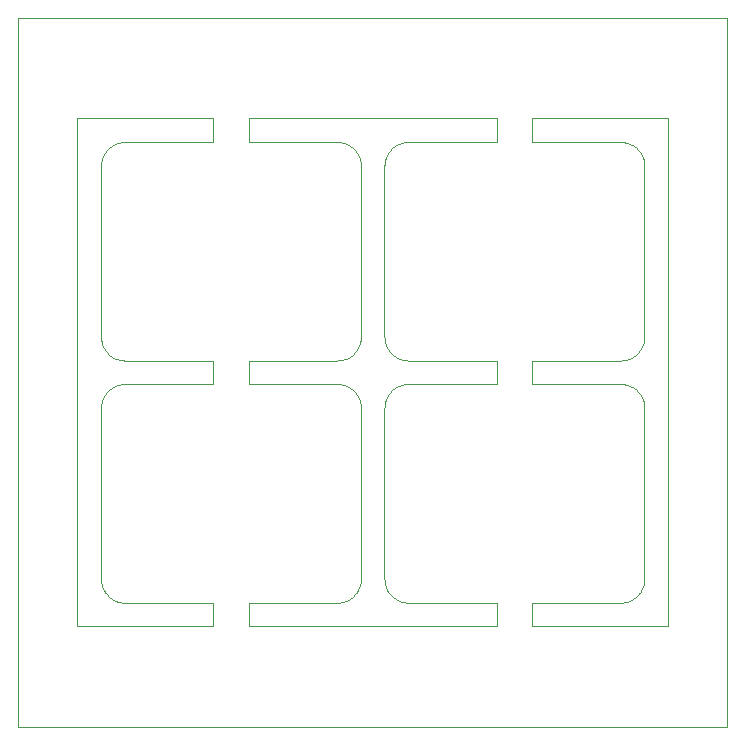
<source format=gbr>
%TF.GenerationSoftware,KiCad,Pcbnew,7.0.2-6a45011f42~172~ubuntu22.04.1*%
%TF.CreationDate,2023-05-19T13:44:39+01:00*%
%TF.ProjectId,panel,70616e65-6c2e-46b6-9963-61645f706362,rev?*%
%TF.SameCoordinates,Original*%
%TF.FileFunction,Profile,NP*%
%FSLAX46Y46*%
G04 Gerber Fmt 4.6, Leading zero omitted, Abs format (unit mm)*
G04 Created by KiCad (PCBNEW 7.0.2-6a45011f42~172~ubuntu22.04.1) date 2023-05-19 13:44:39*
%MOMM*%
%LPD*%
G01*
G04 APERTURE LIST*
%TA.AperFunction,Profile*%
%ADD10C,0.100000*%
%TD*%
G04 APERTURE END LIST*
D10*
X52908280Y-27598726D02*
X52936156Y-27501305D01*
X27880789Y-49295610D02*
X27970604Y-49248694D01*
X7513710Y-11161738D02*
X7445708Y-11241358D01*
X51000002Y-29000000D02*
X51101300Y-28997433D01*
X52089279Y-10822657D02*
X52000001Y-10767947D01*
X31550416Y-48877934D02*
X31622068Y-48949586D01*
X31217988Y-11592018D02*
X31172910Y-11686525D01*
X7824429Y-31381966D02*
X7741359Y-31445708D01*
X31381967Y-31824429D02*
X31322660Y-31910722D01*
X32211290Y-49337916D02*
X32305391Y-49375505D01*
X52997262Y-32895328D02*
X52989046Y-32790942D01*
X8381966Y-10597886D02*
X8283264Y-10632838D01*
X7204391Y-27880788D02*
X7251307Y-27970603D01*
X28867162Y-32283263D02*
X28827092Y-32186526D01*
X28089278Y-10822657D02*
X28000000Y-10767947D01*
X52827093Y-11686525D02*
X52782015Y-11592017D01*
X51517639Y-31068148D02*
X51415824Y-31043704D01*
X27501306Y-28936154D02*
X27598727Y-28908278D01*
X28795610Y-48380789D02*
X28837916Y-48288712D01*
X52377935Y-48949586D02*
X52449587Y-48877934D01*
X7942072Y-49197289D02*
X8029397Y-49248694D01*
X31741360Y-31445708D02*
X31661740Y-31513710D01*
X8584176Y-31043704D02*
X8482362Y-31068148D01*
X31661740Y-11013709D02*
X31585787Y-11085785D01*
X52867163Y-11783262D02*
X52827093Y-11686525D01*
X51880790Y-28795609D02*
X51970605Y-28748693D01*
X8283264Y-31132839D02*
X8186526Y-31172909D01*
X28486290Y-11161737D02*
X28414214Y-11085785D01*
X7267949Y-11499999D02*
X7217987Y-11592018D01*
X8584176Y-10543703D02*
X8482362Y-10568147D01*
X8381966Y-31097887D02*
X8283264Y-31132839D01*
X9000000Y-10499999D02*
X8895328Y-10502739D01*
X28732052Y-31999999D02*
X28677342Y-31910721D01*
X27813473Y-10672907D02*
X27716736Y-10632837D01*
X51788713Y-28837915D02*
X51880790Y-28795609D01*
X28748694Y-48470604D02*
X28795610Y-48380789D01*
X28224212Y-28581551D02*
X28302745Y-28517516D01*
X52486291Y-31661738D02*
X52414215Y-31585786D01*
X19500000Y-49500001D02*
X27000001Y-49500001D01*
X28554293Y-31741358D02*
X28486290Y-31661738D01*
X32283265Y-10632838D02*
X32186527Y-10672908D01*
X0Y-60000000D02*
X60000002Y-60000000D01*
X32697146Y-49476937D02*
X32797665Y-49489739D01*
X51694612Y-49375505D02*
X51788713Y-49337916D01*
X52338263Y-31513709D02*
X52258642Y-31445707D01*
X28677342Y-11410720D02*
X28618035Y-11324428D01*
X31775790Y-49081552D02*
X31857465Y-49141527D01*
X27415823Y-10543703D02*
X27312869Y-10524622D01*
X31482485Y-28302744D02*
X31550416Y-28377933D01*
X52902115Y-32381965D02*
X52867163Y-32283263D01*
X27517638Y-31068148D02*
X27415823Y-31043704D01*
X31251308Y-27970603D02*
X31302713Y-28057928D01*
X27000000Y-31000000D02*
X19500000Y-31000000D01*
X28258641Y-10945706D02*
X28175571Y-10881964D01*
X31000002Y-47500001D02*
X31002568Y-47601299D01*
X52258642Y-31445707D02*
X52175572Y-31381965D01*
X52377935Y-28449585D02*
X52449587Y-28377933D01*
X28377934Y-48949586D02*
X28449586Y-48877934D01*
X52486291Y-11161737D02*
X52414215Y-11085785D01*
X7043704Y-12084175D02*
X7024623Y-12187130D01*
X7302712Y-28057928D02*
X7358474Y-28142536D01*
X8797664Y-28989738D02*
X8898702Y-28997433D01*
X7068148Y-32482362D02*
X7043704Y-32584176D01*
X7002567Y-47601299D02*
X7010262Y-47702337D01*
X31697257Y-28517516D02*
X31775790Y-28581551D01*
X32498696Y-49436155D02*
X32597404Y-49459060D01*
X8898702Y-49497434D02*
X9000001Y-49500001D01*
X31622068Y-48949586D02*
X31697257Y-49017517D01*
X28175571Y-10881964D02*
X28089278Y-10822657D01*
X52142538Y-28641526D02*
X52224213Y-28581551D01*
X7063846Y-48001306D02*
X7091722Y-48098727D01*
X7302712Y-48557929D02*
X7358474Y-48642537D01*
X16500000Y-30000000D02*
X16500000Y-31000000D01*
X52057930Y-49197289D02*
X52142538Y-49141527D01*
X28618035Y-31824429D02*
X28554293Y-31741358D01*
X51907982Y-10717985D02*
X51813474Y-10672907D01*
X32790944Y-10510955D02*
X32687132Y-10524622D01*
X28697289Y-48557929D02*
X28748694Y-48470604D01*
X51618035Y-31097886D02*
X51517639Y-31068148D01*
X52338263Y-11013708D02*
X52258642Y-10945706D01*
X31824430Y-31381966D02*
X31741360Y-31445708D01*
X8029397Y-28748693D02*
X8119212Y-28795609D01*
X31040942Y-47902598D02*
X31063847Y-48001306D01*
X51209058Y-10510955D02*
X51104672Y-10502739D01*
X27202337Y-28989738D02*
X27302856Y-28976936D01*
X27000001Y-49500001D02*
X27101299Y-49497434D01*
X7000000Y-12499999D02*
X7000001Y-27000000D01*
X40500001Y-51500001D02*
X19500000Y-51500001D01*
X28976937Y-47802856D02*
X28989739Y-47702337D01*
X31358475Y-28142536D02*
X31418450Y-28224211D01*
X7251307Y-27970603D02*
X7302712Y-28057928D01*
X31513711Y-31661739D02*
X31445709Y-31741359D01*
X28975378Y-12187129D02*
X28956296Y-12084175D01*
X28997434Y-27101298D02*
X29000001Y-27000000D01*
X31322660Y-11410721D02*
X31267950Y-11499999D01*
X32092020Y-10717986D02*
X32000001Y-10767948D01*
X40500001Y-8499999D02*
X40500001Y-10499999D01*
X7024623Y-12187130D02*
X7010956Y-12290942D01*
X52959061Y-27402597D02*
X52976938Y-27302855D01*
X31550416Y-28377933D02*
X31622068Y-28449585D01*
X8092019Y-10717986D02*
X8000000Y-10767948D01*
X51970605Y-49248694D02*
X52057930Y-49197289D01*
X52908280Y-48098727D02*
X52936156Y-48001306D01*
X28976937Y-27302855D02*
X28989739Y-27202336D01*
X52224213Y-49081552D02*
X52302746Y-49017517D01*
X40500001Y-31000000D02*
X33000001Y-31000000D01*
X8186526Y-31172909D02*
X8092019Y-31217987D01*
X52089279Y-31322658D02*
X52000001Y-31267948D01*
X7068148Y-11982361D02*
X7043704Y-12084175D01*
X28554293Y-11241357D02*
X28486290Y-11161737D01*
X32381967Y-31097887D02*
X32283265Y-31132839D01*
X28732052Y-11499998D02*
X28677342Y-11410720D01*
X31302713Y-48557929D02*
X31358475Y-48642537D01*
X52142538Y-49141527D02*
X52224213Y-49081552D01*
X52837917Y-48288712D02*
X52875506Y-48194611D01*
X31000002Y-27000000D02*
X31002568Y-27101298D01*
X53000002Y-47500001D02*
X53000002Y-32999999D01*
X31381967Y-11324428D02*
X31322660Y-11410721D01*
X52057930Y-28697288D02*
X52142538Y-28641526D01*
X52782015Y-32092018D02*
X52732053Y-31999999D01*
X52976938Y-47802856D02*
X52989740Y-47702337D01*
X7418449Y-28224211D02*
X7482484Y-28302744D01*
X16500000Y-49500001D02*
X16500000Y-51500001D01*
X7172909Y-11686525D02*
X7132839Y-11783263D01*
X31697257Y-49017517D02*
X31775790Y-49081552D01*
X52782015Y-11592017D02*
X52732053Y-11499998D01*
X51209058Y-31010956D02*
X51104672Y-31002740D01*
X28827092Y-11686525D02*
X28782014Y-11592017D01*
X28959060Y-27402597D02*
X28976937Y-27302855D01*
X7010956Y-32790943D02*
X7002740Y-32895328D01*
X52837917Y-27788711D02*
X52875506Y-27694610D01*
X52936156Y-27501305D02*
X52959061Y-27402597D01*
X31585787Y-11085785D02*
X31513711Y-11161738D01*
X28142537Y-28641526D02*
X28224212Y-28581551D01*
X27694611Y-49375505D02*
X27788712Y-49337916D01*
X32797665Y-49489739D02*
X32898703Y-49497434D01*
X31824430Y-10881965D02*
X31741360Y-10945707D01*
X8211289Y-28837915D02*
X8305390Y-28875504D01*
X27970604Y-49248694D02*
X28057929Y-49197289D01*
X8305390Y-28875504D02*
X8401274Y-28908278D01*
X32597404Y-28959059D02*
X32697146Y-28976936D01*
X7857464Y-49141527D02*
X7942072Y-49197289D01*
X32895329Y-10502739D02*
X32790944Y-10510955D01*
X52302746Y-49017517D02*
X52377935Y-48949586D01*
X31043705Y-12084175D02*
X31024624Y-12187130D01*
X31267950Y-11499999D02*
X31217988Y-11592018D01*
X32687132Y-31024623D02*
X32584177Y-31043704D01*
X40500001Y-49500001D02*
X40500001Y-51500001D01*
X27788712Y-28837915D02*
X27880789Y-28795609D01*
X52517518Y-48802745D02*
X52581553Y-48724212D01*
X8119212Y-28795609D02*
X8211289Y-28837915D01*
X31445709Y-11241358D02*
X31381967Y-11324428D01*
X31418450Y-28224211D02*
X31482485Y-28302744D01*
X52875506Y-48194611D02*
X52908280Y-48098727D01*
X7622067Y-28449585D02*
X7697256Y-28517516D01*
X28875505Y-48194611D02*
X28908279Y-48098727D01*
X7661739Y-31513710D02*
X7585786Y-31585786D01*
X28975378Y-32687130D02*
X28956296Y-32584176D01*
X51501307Y-49436155D02*
X51598728Y-49408279D01*
X51101300Y-49497434D02*
X51202338Y-49489739D01*
X60000002Y0D02*
X0Y0D01*
X7002740Y-12395327D02*
X7000000Y-12499999D01*
X32895329Y-31002740D02*
X32790944Y-31010956D01*
X28867162Y-11783262D02*
X28827092Y-11686525D01*
X31063847Y-27501305D02*
X31091723Y-27598726D01*
X52641528Y-48642537D02*
X52697290Y-48557929D01*
X28641527Y-28142536D02*
X28697289Y-28057928D01*
X51716737Y-31132838D02*
X51618035Y-31097886D01*
X32283265Y-31132839D02*
X32186527Y-31172909D01*
X51312870Y-31024623D02*
X51209058Y-31010956D01*
X55000002Y-51500001D02*
X43500001Y-51500001D01*
X31162086Y-48288712D02*
X31204392Y-48380789D01*
X28517517Y-48802745D02*
X28581552Y-48724212D01*
X52795611Y-27880788D02*
X52837917Y-27788711D01*
X52618036Y-31824429D02*
X52554294Y-31741358D01*
X28931853Y-32482361D02*
X28902114Y-32381965D01*
X31942073Y-28697288D02*
X32029398Y-28748693D01*
X31000001Y-12499999D02*
X31000002Y-27000000D01*
X28302745Y-49017517D02*
X28377934Y-48949586D01*
X51716737Y-10632837D02*
X51618035Y-10597885D01*
X52697290Y-48557929D02*
X52748695Y-48470604D01*
X51000001Y-10499999D02*
X43500001Y-10499999D01*
X52517518Y-28302744D02*
X52581553Y-28224211D01*
X32584177Y-31043704D02*
X32482363Y-31068148D01*
X52902115Y-11881964D02*
X52867163Y-11783262D01*
X31482485Y-48802745D02*
X31550416Y-48877934D01*
X31217988Y-32092019D02*
X31172910Y-32186526D01*
X32000001Y-10767948D02*
X31910723Y-10822658D01*
X52931854Y-11982360D02*
X52902115Y-11881964D01*
X28677342Y-31910721D02*
X28618035Y-31824429D01*
X33000002Y-29000000D02*
X40500001Y-29000000D01*
X7132839Y-11783263D02*
X7097887Y-11881965D01*
X52581553Y-28224211D02*
X52641528Y-28142536D01*
X52936156Y-48001306D02*
X52959061Y-47902598D01*
X8283264Y-10632838D02*
X8186526Y-10672908D01*
X27312869Y-31024623D02*
X27209057Y-31010956D01*
X27101299Y-49497434D02*
X27202337Y-49489739D01*
X52175572Y-10881964D02*
X52089279Y-10822657D01*
X28414214Y-11085785D02*
X28338262Y-11013708D01*
X32898703Y-49497434D02*
X33000002Y-49500001D01*
X7043704Y-32584176D02*
X7024623Y-32687131D01*
X52449587Y-28377933D02*
X52517518Y-28302744D01*
X31000001Y-33000000D02*
X31000002Y-47500001D01*
X51415824Y-10543703D02*
X51312870Y-10524622D01*
X28989739Y-27202336D02*
X28997434Y-27101298D01*
X31910723Y-10822658D02*
X31824430Y-10881965D01*
X27501306Y-49436155D02*
X27598727Y-49408279D01*
X28338262Y-11013708D02*
X28258641Y-10945706D01*
X8797664Y-49489739D02*
X8898702Y-49497434D01*
X27202337Y-49489739D02*
X27302856Y-49476937D01*
X31091723Y-27598726D02*
X31124497Y-27694610D01*
X52867163Y-32283263D02*
X52827093Y-32186526D01*
X31091723Y-48098727D02*
X31124497Y-48194611D01*
X32597404Y-49459060D02*
X32697146Y-49476937D01*
X52175572Y-31381965D02*
X52089279Y-31322658D01*
X31251308Y-48470604D02*
X31302713Y-48557929D01*
X32305391Y-49375505D02*
X32401275Y-49408279D01*
X28837916Y-27788711D02*
X28875505Y-27694610D01*
X43500001Y-29000000D02*
X51000002Y-29000000D01*
X19500000Y-51500001D02*
X19500000Y-49500001D01*
X52224213Y-28581551D02*
X52302746Y-28517516D01*
X43500001Y-10499999D02*
X43500001Y-8499999D01*
X28000000Y-10767947D02*
X27907981Y-10717985D01*
X28581552Y-28224211D02*
X28641527Y-28142536D01*
X32381967Y-10597886D02*
X32283265Y-10632838D01*
X52581553Y-48724212D02*
X52641528Y-48642537D01*
X5000000Y-51500001D02*
X5000000Y-8499999D01*
X28000000Y-31267948D02*
X27907981Y-31217986D01*
X52677343Y-31910721D02*
X52618036Y-31824429D01*
X7697256Y-28517516D02*
X7775789Y-28581551D01*
X28936155Y-48001306D02*
X28959060Y-47902598D01*
X52827093Y-32186526D02*
X52782015Y-32092018D01*
X28997261Y-32895328D02*
X28989045Y-32790942D01*
X28956296Y-32584176D02*
X28931853Y-32482361D01*
X51501307Y-28936154D02*
X51598728Y-28908278D01*
X19500000Y-49500001D02*
X19500000Y-49500001D01*
X28338262Y-31513709D02*
X28258641Y-31445707D01*
X31043705Y-32584176D02*
X31024624Y-32687131D01*
X40500001Y-10499999D02*
X33000001Y-10499999D01*
X52956297Y-32584176D02*
X52931854Y-32482361D01*
X51104672Y-31002740D02*
X51000001Y-31000000D01*
X43500001Y-8499999D02*
X55000002Y-8499999D01*
X8092019Y-31217987D02*
X8000000Y-31267949D01*
X27716736Y-10632837D02*
X27618034Y-10597885D01*
X7445708Y-31741359D02*
X7381966Y-31824429D01*
X27618034Y-10597885D02*
X27517638Y-10568147D01*
X27000001Y-29000000D02*
X27101299Y-28997433D01*
X33000001Y-31000000D02*
X32895329Y-31002740D01*
X28486290Y-31661738D02*
X28414214Y-31585786D01*
X27104671Y-10502739D02*
X27000000Y-10499999D01*
X31010263Y-47702337D02*
X31023065Y-47802856D01*
X7204391Y-48380789D02*
X7251307Y-48470604D01*
X7162085Y-48288712D02*
X7204391Y-48380789D01*
X28989045Y-12290941D02*
X28975378Y-12187129D01*
X28142537Y-49141527D02*
X28224212Y-49081552D01*
X7622067Y-48949586D02*
X7697256Y-49017517D01*
X51302857Y-28976936D02*
X51402599Y-28959059D01*
X27209057Y-10510955D02*
X27104671Y-10502739D01*
X31267950Y-32000000D02*
X31217988Y-32092019D01*
X31942073Y-49197289D02*
X32029398Y-49248694D01*
X43500001Y-49500001D02*
X51000002Y-49500001D01*
X55000002Y-8499999D02*
X55000002Y-51500001D01*
X7217987Y-32092019D02*
X7172909Y-32186526D01*
X16500000Y-29000000D02*
X16500000Y-30000000D01*
X31002741Y-12395327D02*
X31000001Y-12499999D01*
X52956297Y-12084175D02*
X52931854Y-11982360D01*
X31775790Y-28581551D02*
X31857465Y-28641526D01*
X31132840Y-32283264D02*
X31097888Y-32381966D01*
X27880789Y-28795609D02*
X27970604Y-28748693D01*
X8186526Y-10672908D02*
X8092019Y-10717986D01*
X7010262Y-47702337D02*
X7023064Y-47802856D01*
X7251307Y-48470604D02*
X7302712Y-48557929D01*
X7661739Y-11013709D02*
X7585786Y-11085785D01*
X31445709Y-31741359D02*
X31381967Y-31824429D01*
X32186527Y-10672908D02*
X32092020Y-10717986D01*
X7267949Y-32000000D02*
X7217987Y-32092019D01*
X7550415Y-28377933D02*
X7622067Y-28449585D01*
X28989739Y-47702337D02*
X28997434Y-47601299D01*
X43500001Y-51500001D02*
X43500001Y-49500001D01*
X19500000Y-29000000D02*
X27000001Y-29000000D01*
X29000001Y-12499998D02*
X28997261Y-12395327D01*
X32092020Y-31217987D02*
X32000001Y-31267949D01*
X51598728Y-28908278D02*
X51694612Y-28875504D01*
X7824429Y-10881965D02*
X7741359Y-10945707D01*
X31023065Y-47802856D02*
X31040942Y-47902598D01*
X7002567Y-27101298D02*
X7010262Y-27202336D01*
X7910722Y-10822658D02*
X7824429Y-10881965D01*
X53000002Y-27000000D02*
X53000002Y-12499998D01*
X9000001Y-49500001D02*
X16500000Y-49500001D01*
X31010957Y-32790943D02*
X31002741Y-32895328D01*
X7162085Y-27788711D02*
X7204391Y-27880788D01*
X28875505Y-27694610D02*
X28908279Y-27598726D01*
X7124496Y-48194611D02*
X7162085Y-48288712D01*
X28908279Y-27598726D02*
X28936155Y-27501305D01*
X28908279Y-48098727D02*
X28936155Y-48001306D01*
X51813474Y-31172908D02*
X51716737Y-31132838D01*
X29000001Y-47500001D02*
X29000001Y-32999999D01*
X28581552Y-48724212D02*
X28641527Y-48642537D01*
X52000001Y-31267948D02*
X51907982Y-31217986D01*
X8790943Y-10510955D02*
X8687131Y-10524622D01*
X28224212Y-49081552D02*
X28302745Y-49017517D01*
X28827092Y-32186526D02*
X28782014Y-32092018D01*
X31661740Y-31513710D02*
X31585787Y-31585786D01*
X52414215Y-11085785D02*
X52338263Y-11013708D01*
X28837916Y-48288712D02*
X28875505Y-48194611D01*
X8000000Y-31267949D02*
X7910722Y-31322659D01*
X52997435Y-47601299D02*
X53000002Y-47500001D01*
X51813474Y-10672907D02*
X51716737Y-10632837D01*
X32687132Y-10524622D02*
X32584177Y-10543703D01*
X7585786Y-31585786D02*
X7513710Y-31661739D01*
X32000001Y-31267949D02*
X31910723Y-31322659D01*
X28795610Y-27880788D02*
X28837916Y-27788711D01*
X7097887Y-11881965D02*
X7068148Y-11982361D01*
X7000001Y-47500001D02*
X7002567Y-47601299D01*
X27694611Y-28875504D02*
X27788712Y-28837915D01*
X31097888Y-32381966D02*
X31068149Y-32482362D01*
X31002741Y-32895328D02*
X31000001Y-33000000D01*
X52976938Y-27302855D02*
X52989740Y-27202336D01*
X28936155Y-27501305D02*
X28959060Y-27402597D01*
X32401275Y-49408279D02*
X32498696Y-49436155D01*
X32211290Y-28837915D02*
X32305391Y-28875504D01*
X51415824Y-31043704D02*
X51312870Y-31024623D01*
X32797665Y-28989738D02*
X32898703Y-28997433D01*
X32898703Y-28997433D02*
X33000002Y-29000000D01*
X28414214Y-31585786D02*
X28338262Y-31513709D01*
X32305391Y-28875504D02*
X32401275Y-28908278D01*
X51104672Y-10502739D02*
X51000001Y-10499999D01*
X51000001Y-31000000D02*
X43500001Y-31000000D01*
X52748695Y-48470604D02*
X52795611Y-48380789D01*
X7741359Y-10945707D02*
X7661739Y-11013709D01*
X28782014Y-32092018D02*
X28732052Y-31999999D01*
X8697145Y-49476937D02*
X8797664Y-49489739D01*
X27415823Y-31043704D02*
X27312869Y-31024623D01*
X32186527Y-31172909D02*
X32092020Y-31217987D01*
X7857464Y-28641526D02*
X7942072Y-28697288D01*
X16500000Y-31000000D02*
X9000000Y-31000000D01*
X31622068Y-28449585D02*
X31697257Y-28517516D01*
X31124497Y-48194611D02*
X31162086Y-48288712D01*
X7381966Y-31824429D02*
X7322659Y-31910722D01*
X43500001Y-31000000D02*
X43500001Y-30000000D01*
X52554294Y-11241357D02*
X52486291Y-11161737D01*
X27101299Y-28997433D02*
X27202337Y-28989738D01*
X40500001Y-29000000D02*
X40500001Y-30000000D01*
X51618035Y-10597885D02*
X51517639Y-10568147D01*
X27618034Y-31097886D02*
X27517638Y-31068148D01*
X60000002Y-60000000D02*
X60000002Y0D01*
X27302856Y-28976936D02*
X27402598Y-28959059D01*
X52748695Y-27970603D02*
X52795611Y-27880788D01*
X9000001Y-29000000D02*
X16500000Y-29000000D01*
X31322660Y-31910722D02*
X31267950Y-32000000D01*
X28931853Y-11982360D02*
X28902114Y-11881964D01*
X31585787Y-31585786D02*
X31513711Y-31661739D01*
X27402598Y-28959059D02*
X27501306Y-28936154D01*
X52641528Y-28142536D02*
X52697290Y-28057928D01*
X8498695Y-28936154D02*
X8597403Y-28959059D01*
X31097888Y-11881965D02*
X31068149Y-11982361D01*
X31002568Y-27101298D02*
X31010263Y-27202336D01*
X52975379Y-12187129D02*
X52956297Y-12084175D01*
X27598727Y-28908278D02*
X27694611Y-28875504D01*
X8898702Y-28997433D02*
X9000001Y-29000000D01*
X51402599Y-28959059D02*
X51501307Y-28936154D01*
X27716736Y-31132838D02*
X27618034Y-31097886D01*
X7000001Y-27000000D02*
X7002567Y-27101298D01*
X27970604Y-28748693D02*
X28057929Y-28697288D01*
X52618036Y-11324428D02*
X52554294Y-11241357D01*
X29000001Y-32999999D02*
X28997261Y-32895328D01*
X7091722Y-48098727D02*
X7124496Y-48194611D01*
X31204392Y-48380789D02*
X31251308Y-48470604D01*
X8597403Y-28959059D02*
X8697145Y-28976936D01*
X52732053Y-11499998D02*
X52677343Y-11410720D01*
X27209057Y-31010956D02*
X27104671Y-31002740D01*
X7322659Y-11410721D02*
X7267949Y-11499999D01*
X52931854Y-32482361D02*
X52902115Y-32381965D01*
X7040941Y-47902598D02*
X7063846Y-48001306D01*
X8895328Y-10502739D02*
X8790943Y-10510955D01*
X51788713Y-49337916D02*
X51880790Y-49295610D01*
X32029398Y-49248694D02*
X32119213Y-49295610D01*
X31857465Y-28641526D02*
X31942073Y-28697288D01*
X28057929Y-28697288D02*
X28142537Y-28641526D01*
X52697290Y-28057928D02*
X52748695Y-27970603D01*
X52795611Y-48380789D02*
X52837917Y-48288712D01*
X8401274Y-28908278D02*
X8498695Y-28936154D01*
X29000001Y-27000000D02*
X29000001Y-12499998D01*
X28902114Y-32381965D02*
X28867162Y-32283263D01*
X7741359Y-31445708D02*
X7661739Y-31513710D01*
X8401274Y-49408279D02*
X8498695Y-49436155D01*
X8305390Y-49375505D02*
X8401274Y-49408279D01*
X8000000Y-10767948D02*
X7910722Y-10822658D01*
X9000000Y-10499999D02*
X9000000Y-10499999D01*
X27788712Y-49337916D02*
X27880789Y-49295610D01*
X52975379Y-32687130D02*
X52956297Y-32584176D01*
X7097887Y-32381966D02*
X7068148Y-32482362D01*
X51694612Y-28875504D02*
X51788713Y-28837915D01*
X28089278Y-31322658D02*
X28000000Y-31267948D01*
X9000000Y-31000000D02*
X8895328Y-31002740D01*
X28175571Y-31381965D02*
X28089278Y-31322658D01*
X52732053Y-31999999D02*
X52677343Y-31910721D01*
X52000001Y-10767947D02*
X51907982Y-10717985D01*
X33000001Y-10499999D02*
X32895329Y-10502739D01*
X31741360Y-10945707D02*
X31661740Y-11013709D01*
X7942072Y-28697288D02*
X8029397Y-28748693D01*
X19500000Y-30000000D02*
X19500000Y-29000000D01*
X28517517Y-28302744D02*
X28581552Y-28224211D01*
X52875506Y-27694610D02*
X52908280Y-27598726D01*
X7040941Y-27402597D02*
X7063846Y-27501305D01*
X28449586Y-28377933D02*
X28517517Y-28302744D01*
X31418450Y-48724212D02*
X31482485Y-48802745D01*
X27907981Y-10717985D02*
X27813473Y-10672907D01*
X51517639Y-10568147D02*
X51415824Y-10543703D01*
X7482484Y-48802745D02*
X7550415Y-48877934D01*
X31513711Y-11161738D02*
X31445709Y-11241358D01*
X8697145Y-28976936D02*
X8797664Y-28989738D01*
X28902114Y-11881964D02*
X28867162Y-11783262D01*
X32482363Y-10568147D02*
X32381967Y-10597886D01*
X52414215Y-31585786D02*
X52338263Y-31513709D01*
X52677343Y-11410720D02*
X52618036Y-11324428D01*
X7358474Y-28142536D02*
X7418449Y-28224211D01*
X31002568Y-47601299D02*
X31010263Y-47702337D01*
X52959061Y-47902598D02*
X52976938Y-47802856D01*
X8687131Y-31024623D02*
X8584176Y-31043704D01*
X55000002Y-51500001D02*
X55000002Y-51500001D01*
X32790944Y-31010956D02*
X32687132Y-31024623D01*
X52997262Y-12395327D02*
X52989046Y-12290941D01*
X31124497Y-27694610D02*
X31162086Y-27788711D01*
X32401275Y-28908278D02*
X32498696Y-28936154D01*
X52449587Y-48877934D02*
X52517518Y-48802745D01*
X19500000Y-10499999D02*
X19500000Y-8499999D01*
X7322659Y-31910722D02*
X7267949Y-32000000D01*
X5000000Y-8499999D02*
X16500000Y-8499999D01*
X28449586Y-48877934D02*
X28517517Y-48802745D01*
X31024624Y-32687131D02*
X31010957Y-32790943D01*
X8687131Y-10524622D02*
X8584176Y-10543703D01*
X31024624Y-12187130D02*
X31010957Y-12290942D01*
X51000002Y-49500001D02*
X51101300Y-49497434D01*
X31358475Y-48642537D02*
X31418450Y-48724212D01*
X32119213Y-49295610D02*
X32211290Y-49337916D01*
X7023064Y-47802856D02*
X7040941Y-47902598D01*
X7445708Y-11241358D02*
X7381966Y-11324428D01*
X31302713Y-28057928D02*
X31358475Y-28142536D01*
X52997435Y-27101298D02*
X53000002Y-27000000D01*
X7010262Y-27202336D02*
X7023064Y-27302855D01*
X31063847Y-48001306D02*
X31091723Y-48098727D01*
X8029397Y-49248694D02*
X8119212Y-49295610D01*
X16500000Y-10499999D02*
X9000000Y-10499999D01*
X31910723Y-31322659D02*
X31824430Y-31381966D01*
X53000002Y-12499998D02*
X52997262Y-12395327D01*
X7550415Y-48877934D02*
X7622067Y-48949586D01*
X28956296Y-12084175D02*
X28931853Y-11982360D01*
X27000000Y-10499999D02*
X19500000Y-10499999D01*
X51402599Y-49459060D02*
X51501307Y-49436155D01*
X8211289Y-49337916D02*
X8305390Y-49375505D01*
X31068149Y-11982361D02*
X31043705Y-12084175D01*
X52554294Y-31741358D02*
X52486291Y-31661738D01*
X32029398Y-28748693D02*
X32119213Y-28795609D01*
X7132839Y-32283264D02*
X7097887Y-32381966D01*
X28989045Y-32790942D02*
X28975378Y-32687130D01*
X28258641Y-31445707D02*
X28175571Y-31381965D01*
X27302856Y-49476937D02*
X27402598Y-49459060D01*
X7172909Y-32186526D02*
X7132839Y-32283264D01*
X16500000Y-51500001D02*
X5000000Y-51500001D01*
X27598727Y-49408279D02*
X27694611Y-49375505D01*
X31204392Y-27880788D02*
X31251308Y-27970603D01*
X27104671Y-31002740D02*
X27000000Y-31000000D01*
X19500000Y-8499999D02*
X40500001Y-8499999D01*
X7585786Y-11085785D02*
X7513710Y-11161738D01*
X7217987Y-11592018D02*
X7172909Y-11686525D01*
X32498696Y-28936154D02*
X32597404Y-28959059D01*
X28377934Y-28449585D02*
X28449586Y-28377933D01*
X7023064Y-27302855D02*
X7040941Y-27402597D01*
X51101300Y-28997433D02*
X51202338Y-28989738D01*
X8482362Y-10568147D02*
X8381966Y-10597886D01*
X0Y0D02*
X0Y-60000000D01*
X31023065Y-27302855D02*
X31040942Y-27402597D01*
X52258642Y-10945706D02*
X52175572Y-10881964D01*
X7063846Y-27501305D02*
X7091722Y-27598726D01*
X7024623Y-32687131D02*
X7010956Y-32790943D01*
X16500000Y-8499999D02*
X16500000Y-10499999D01*
X19500000Y-31000000D02*
X19500000Y-30000000D01*
X51970605Y-28748693D02*
X52057930Y-28697288D01*
X7000000Y-33000000D02*
X7000001Y-47500001D01*
X31162086Y-27788711D02*
X31204392Y-27880788D01*
X7775789Y-49081552D02*
X7857464Y-49141527D01*
X28997261Y-12395327D02*
X28989045Y-12290941D01*
X51302857Y-49476937D02*
X51402599Y-49459060D01*
X7358474Y-48642537D02*
X7418449Y-48724212D01*
X27813473Y-31172908D02*
X27716736Y-31132838D01*
X27312869Y-10524622D02*
X27209057Y-10510955D01*
X52989740Y-47702337D02*
X52997435Y-47601299D01*
X8498695Y-49436155D02*
X8597403Y-49459060D01*
X31010263Y-27202336D02*
X31023065Y-27302855D01*
X7381966Y-11324428D02*
X7322659Y-11410721D01*
X7482484Y-28302744D02*
X7550415Y-28377933D01*
X31040942Y-27402597D02*
X31063847Y-27501305D01*
X27402598Y-49459060D02*
X27501306Y-49436155D01*
X28641527Y-48642537D02*
X28697289Y-48557929D01*
X52989740Y-27202336D02*
X52997435Y-27101298D01*
X51312870Y-10524622D02*
X51209058Y-10510955D01*
X52302746Y-28517516D02*
X52377935Y-28449585D01*
X52989046Y-12290941D02*
X52975379Y-12187129D01*
X32119213Y-28795609D02*
X32211290Y-28837915D01*
X31172910Y-32186526D02*
X31132840Y-32283264D01*
X7697256Y-49017517D02*
X7775789Y-49081552D01*
X51202338Y-49489739D02*
X51302857Y-49476937D01*
X53000002Y-32999999D02*
X52997262Y-32895328D01*
X7124496Y-27694610D02*
X7162085Y-27788711D01*
X28057929Y-49197289D02*
X28142537Y-49141527D01*
X7513710Y-31661739D02*
X7445708Y-31741359D01*
X51880790Y-49295610D02*
X51970605Y-49248694D01*
X7010956Y-12290942D02*
X7002740Y-12395327D01*
X7775789Y-28581551D02*
X7857464Y-28641526D01*
X31132840Y-11783263D02*
X31097888Y-11881965D01*
X28748694Y-27970603D02*
X28795610Y-27880788D01*
X28997434Y-47601299D02*
X29000001Y-47500001D01*
X8895328Y-31002740D02*
X8790943Y-31010956D01*
X8482362Y-31068148D02*
X8381966Y-31097887D01*
X27517638Y-10568147D02*
X27415823Y-10543703D01*
X7091722Y-27598726D02*
X7124496Y-27694610D01*
X28302745Y-28517516D02*
X28377934Y-28449585D01*
X43500001Y-30000000D02*
X43500001Y-29000000D01*
X32482363Y-31068148D02*
X32381967Y-31097887D01*
X31172910Y-11686525D02*
X31132840Y-11783263D01*
X28959060Y-47902598D02*
X28976937Y-47802856D01*
X51598728Y-49408279D02*
X51694612Y-49375505D01*
X40500001Y-30000000D02*
X40500001Y-31000000D01*
X8119212Y-49295610D02*
X8211289Y-49337916D01*
X52989046Y-32790942D02*
X52975379Y-32687130D01*
X7910722Y-31322659D02*
X7824429Y-31381966D01*
X8597403Y-49459060D02*
X8697145Y-49476937D01*
X31068149Y-32482362D02*
X31043705Y-32584176D01*
X31857465Y-49141527D02*
X31942073Y-49197289D01*
X28782014Y-11592017D02*
X28732052Y-11499998D01*
X27907981Y-31217986D02*
X27813473Y-31172908D01*
X8790943Y-31010956D02*
X8687131Y-31024623D01*
X28697289Y-28057928D02*
X28748694Y-27970603D01*
X51907982Y-31217986D02*
X51813474Y-31172908D01*
X51202338Y-28989738D02*
X51302857Y-28976936D01*
X28618035Y-11324428D02*
X28554293Y-11241357D01*
X33000002Y-49500001D02*
X40500001Y-49500001D01*
X60000002Y-60000000D02*
X60000002Y-60000000D01*
X32584177Y-10543703D02*
X32482363Y-10568147D01*
X7418449Y-48724212D02*
X7482484Y-48802745D01*
X32697146Y-28976936D02*
X32797665Y-28989738D01*
X31010957Y-12290942D02*
X31002741Y-12395327D01*
X7002740Y-32895328D02*
X7000000Y-33000000D01*
M02*

</source>
